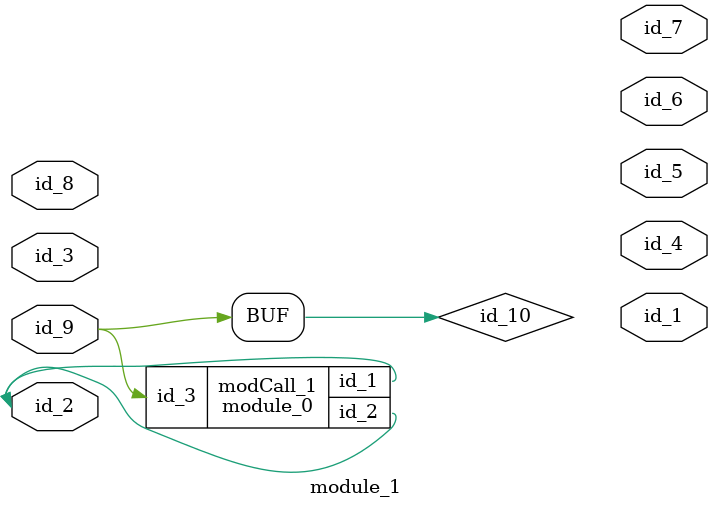
<source format=v>
module module_0 (
    id_1,
    id_2,
    id_3
);
  input wire id_3;
  inout wire id_2;
  inout wire id_1;
  assign id_1 = 1;
  wire id_4;
endmodule
module module_1 (
    id_1,
    id_2,
    id_3,
    id_4,
    id_5,
    id_6,
    id_7,
    id_8,
    id_9
);
  input wire id_9;
  inout wire id_8;
  output wire id_7;
  output wire id_6;
  output wire id_5;
  output wire id_4;
  inout wire id_3;
  inout wire id_2;
  output wire id_1;
  wire id_10 = id_9;
  module_0 modCall_1 (
      id_2,
      id_2,
      id_10
  );
  wire id_11, id_12, id_13, id_14;
endmodule

</source>
